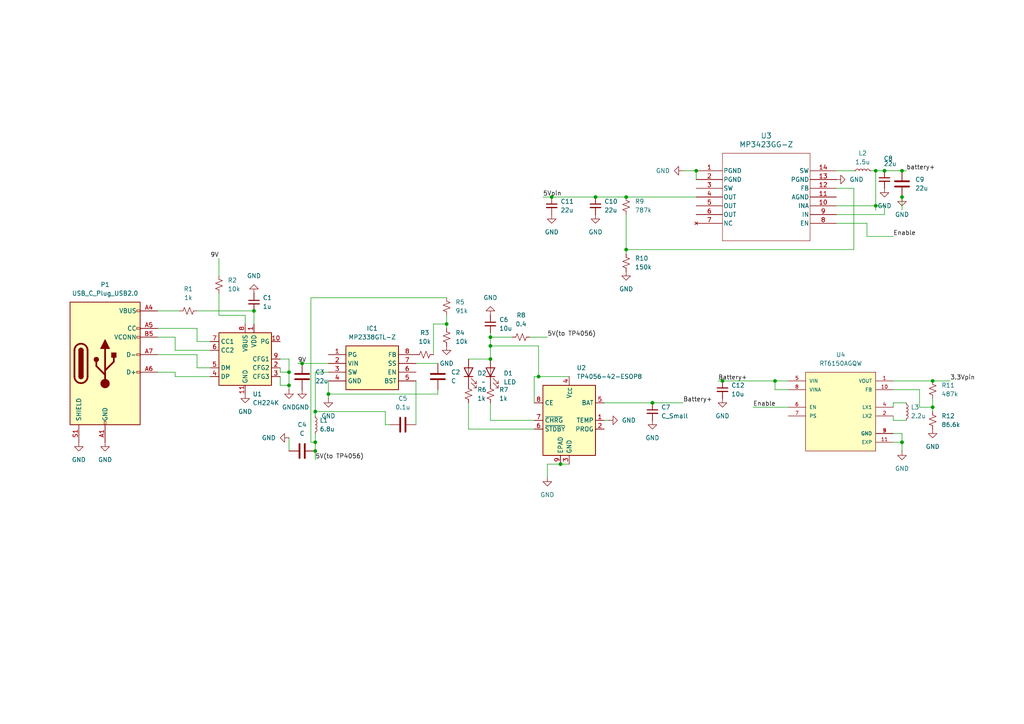
<source format=kicad_sch>
(kicad_sch (version 20250114) (generator "eeschema") (generator_version "9.0")
  (paper "A4")
  (lib_symbols
    (symbol "2025-03-23_12-19-32:MP3423GG-Z" (pin_names (offset 0.254))
      (property "Reference" "U" (at 20.32 10.16 0))
      (property "Value" "MP3423GG-Z" (at 20.32 7.62 0))
      (symbol "MP3423GG-Z_0_1"
        (polyline (pts (xy 7.62 5.08) (xy 7.62 -20.32)) (stroke (width 0.127)))
        (polyline (pts (xy 7.62 -20.32) (xy 33.02 -20.32)) (stroke (width 0.127)))
        (polyline (pts (xy 33.02 5.08) (xy 7.62 5.08)) (stroke (width 0.127)))
        (polyline (pts (xy 33.02 -20.32) (xy 33.02 5.08)) (stroke (width 0.127)))
        (pin power_in line (at 0 0 0) (length 7.62) (name "PGND") (number "1"))
        (pin power_in line (at 0 -2.54 0) (length 7.62) (name "PGND") (number "2"))
        (pin output line (at 0 -5.08 0) (length 7.62) (name "SW") (number "3"))
        (pin output line (at 0 -7.62 0) (length 7.62) (name "OUT") (number "4"))
        (pin output line (at 0 -10.16 0) (length 7.62) (name "OUT") (number "5"))
        (pin output line (at 0 -12.7 0) (length 7.62) (name "OUT") (number "6"))
        (pin no_connect line (at 0 -15.24 0) (length 7.62) (name "NC") (number "7"))
        (pin output line (at 40.64 0 180) (length 7.62) (name "SW") (number "14"))
        (pin power_in line (at 40.64 -2.54 180) (length 7.62) (name "PGND") (number "13"))
        (pin input line (at 40.64 -5.08 180) (length 7.62) (name "FB") (number "12"))
        (pin power_in line (at 40.64 -7.62 180) (length 7.62) (name "AGND") (number "11"))
        (pin power_in line (at 40.64 -10.16 180) (length 7.62) (name "INA") (number "10"))
        (pin power_in line (at 40.64 -12.7 180) (length 7.62) (name "IN") (number "9"))
        (pin input line (at 40.64 -15.24 180) (length 7.62) (name "EN") (number "8"))
      )
    )
    (symbol "Battery_Management:TP4056-42-ESOP8"
      (property "Reference" "U" (at -6.604 11.684 0))
      (property "Value" "TP4056-42-ESOP8" (at 10.16 11.684 0))
      (symbol "TP4056-42-ESOP8_1_0"
        (pin input line (at -10.16 5.08 0) (length 2.54) (name "CE") (number "8"))
        (pin open_collector line (at -10.16 0 0) (length 2.54) (name "~{CHRG}") (number "7"))
        (pin open_collector line (at -10.16 -2.54 0) (length 2.54) (name "~{STDBY}") (number "6"))
        (pin passive line (at -2.54 -12.7 90) (length 2.54) (name "EPAD") (number "9"))
        (pin power_in line (at 0 12.7 270) (length 2.54) (name "V_{CC}") (number "4"))
        (pin power_in line (at 0 -12.7 90) (length 2.54) (name "GND") (number "3"))
        (pin power_out line (at 10.16 5.08 180) (length 2.54) (name "BAT") (number "5"))
        (pin input line (at 10.16 0 180) (length 2.54) (name "TEMP") (number "1"))
        (pin passive line (at 10.16 -2.54 180) (length 2.54) (name "PROG") (number "2"))
      )
      (symbol "TP4056-42-ESOP8_1_1"
        (rectangle (start -7.62 10.16) (end 7.62 -10.16) (stroke (width 0.254)) (fill (type background)))
      )
    )
    (symbol "Connector:USB_C_Plug_USB2.0" (pin_names (offset 1.016))
      (property "Reference" "P" (at -10.16 19.05 0))
      (property "Value" "USB_C_Plug_USB2.0" (at 12.7 19.05 0))
      (symbol "USB_C_Plug_USB2.0_0_0"
        (rectangle (start -0.254 -17.78) (end 0.254 -16.764))
        (rectangle (start 10.16 15.494) (end 9.144 14.986))
        (rectangle (start 10.16 10.414) (end 9.144 9.906))
        (rectangle (start 10.16 7.874) (end 9.144 7.366))
        (rectangle (start 10.16 2.794) (end 9.144 2.286))
        (rectangle (start 10.16 -2.286) (end 9.144 -2.794))
      )
      (symbol "USB_C_Plug_USB2.0_0_1"
        (rectangle (start -10.16 17.78) (end 10.16 -17.78) (stroke (width 0.254)) (fill (type background)))
        (polyline (pts (xy -8.89 -3.81) (xy -8.89 3.81)) (stroke (width 0.508)))
        (rectangle (start -7.62 -3.81) (end -6.35 3.81) (stroke (width 0.254)) (fill (type outline)))
        (arc (start -7.62 3.81) (mid -6.985 4.4423) (end -6.35 3.81) (stroke (width 0.254)))
        (arc (start -7.62 3.81) (mid -6.985 4.4423) (end -6.35 3.81) (stroke (width 0.254)) (fill (type outline)))
        (arc (start -8.89 3.81) (mid -6.985 5.7067) (end -5.08 3.81) (stroke (width 0.508)))
        (arc (start -5.08 -3.81) (mid -6.985 -5.7067) (end -8.89 -3.81) (stroke (width 0.508)))
        (arc (start -6.35 -3.81) (mid -6.985 -4.4423) (end -7.62 -3.81) (stroke (width 0.254)))
        (arc (start -6.35 -3.81) (mid -6.985 -4.4423) (end -7.62 -3.81) (stroke (width 0.254)) (fill (type outline)))
        (polyline (pts (xy -5.08 3.81) (xy -5.08 -3.81)) (stroke (width 0.508)))
        (circle (center -2.54 1.143) (radius 0.635) (stroke (width 0.254)) (fill (type outline)))
        (polyline (pts (xy -1.27 4.318) (xy 0 6.858) (xy 1.27 4.318) (xy -1.27 4.318)) (stroke (width 0.254)) (fill (type outline)))
        (polyline (pts (xy 0 -2.032) (xy 2.54 0.508) (xy 2.54 1.778)) (stroke (width 0.508)))
        (polyline (pts (xy 0 -3.302) (xy -2.54 -0.762) (xy -2.54 0.508)) (stroke (width 0.508)))
        (polyline (pts (xy 0 -5.842) (xy 0 4.318)) (stroke (width 0.508)))
        (circle (center 0 -5.842) (radius 1.27) (fill (type outline)))
        (rectangle (start 1.905 1.778) (end 3.175 3.048) (stroke (width 0.254)) (fill (type outline)))
      )
      (symbol "USB_C_Plug_USB2.0_1_1"
        (pin passive line (at -7.62 -22.86 90) (length 5.08) (name "SHIELD") (number "S1"))
        (pin passive line (at 0 -22.86 90) (length 5.08) (name "GND") (number "A1"))
        (pin passive line (at 0 -22.86 90) (length 5.08) (hide yes) (name "GND") (number "A12"))
        (pin passive line (at 0 -22.86 90) (length 5.08) (hide yes) (name "GND") (number "B1"))
        (pin passive line (at 0 -22.86 90) (length 5.08) (hide yes) (name "GND") (number "B12"))
        (pin passive line (at 15.24 15.24 180) (length 5.08) (name "VBUS") (number "A4"))
        (pin passive line (at 15.24 15.24 180) (length 5.08) (hide yes) (name "VBUS") (number "A9"))
        (pin passive line (at 15.24 15.24 180) (length 5.08) (hide yes) (name "VBUS") (number "B4"))
        (pin passive line (at 15.24 15.24 180) (length 5.08) (hide yes) (name "VBUS") (number "B9"))
        (pin bidirectional line (at 15.24 10.16 180) (length 5.08) (name "CC") (number "A5"))
        (pin bidirectional line (at 15.24 7.62 180) (length 5.08) (name "VCONN") (number "B5"))
        (pin bidirectional line (at 15.24 2.54 180) (length 5.08) (name "D-") (number "A7"))
        (pin bidirectional line (at 15.24 -2.54 180) (length 5.08) (name "D+") (number "A6"))
      )
    )
    (symbol "Device:C" (pin_numbers (hide yes)) (pin_names (offset 0.254))
      (property "Reference" "C" (at 0.635 2.54 0))
      (property "Value" "C" (at 0.635 -2.54 0))
      (symbol "C_0_1"
        (polyline (pts (xy -2.032 0.762) (xy 2.032 0.762)) (stroke (width 0.508)))
        (polyline (pts (xy -2.032 -0.762) (xy 2.032 -0.762)) (stroke (width 0.508)))
      )
      (symbol "C_1_1"
        (pin passive line (at 0 3.81 270) (length 2.794) (name "~") (number "1"))
        (pin passive line (at 0 -3.81 90) (length 2.794) (name "~") (number "2"))
      )
    )
    (symbol "Device:C_Small" (pin_numbers (hide yes)) (pin_names (offset 0.254) (hide yes))
      (property "Reference" "C" (at 0.254 1.778 0))
      (property "Value" "C_Small" (at 0.254 -2.032 0))
      (symbol "C_Small_0_1"
        (polyline (pts (xy -1.524 0.508) (xy 1.524 0.508)) (stroke (width 0.3048)))
        (polyline (pts (xy -1.524 -0.508) (xy 1.524 -0.508)) (stroke (width 0.3302)))
      )
      (symbol "C_Small_1_1"
        (pin passive line (at 0 2.54 270) (length 2.032) (name "~") (number "1"))
        (pin passive line (at 0 -2.54 90) (length 2.032) (name "~") (number "2"))
      )
    )
    (symbol "Device:LED" (pin_numbers (hide yes)) (pin_names (offset 1.016) (hide yes))
      (property "Reference" "D" (at 0 2.54 0))
      (property "Value" "LED" (at 0 -2.54 0))
      (symbol "LED_0_1"
        (polyline (pts (xy -3.048 -0.762) (xy -4.572 -2.286) (xy -3.81 -2.286) (xy -4.572 -2.286) (xy -4.572 -1.524)))
        (polyline (pts (xy -1.778 -0.762) (xy -3.302 -2.286) (xy -2.54 -2.286) (xy -3.302 -2.286) (xy -3.302 -1.524)))
        (polyline (pts (xy -1.27 0) (xy 1.27 0)))
        (polyline (pts (xy -1.27 -1.27) (xy -1.27 1.27)) (stroke (width 0.254)))
        (polyline (pts (xy 1.27 -1.27) (xy 1.27 1.27) (xy -1.27 0) (xy 1.27 -1.27)) (stroke (width 0.254)))
      )
      (symbol "LED_1_1"
        (pin passive line (at -3.81 0 0) (length 2.54) (name "K") (number "1"))
        (pin passive line (at 3.81 0 180) (length 2.54) (name "A") (number "2"))
      )
    )
    (symbol "Device:L_Small" (pin_numbers (hide yes)) (pin_names (offset 0.254) (hide yes))
      (property "Reference" "L" (at 0.762 1.016 0))
      (property "Value" "L_Small" (at 0.762 -1.016 0))
      (symbol "L_Small_0_1"
        (arc (start 0 2.032) (mid 0.5058 1.524) (end 0 1.016))
        (arc (start 0 1.016) (mid 0.5058 0.508) (end 0 0))
        (arc (start 0 0) (mid 0.5058 -0.508) (end 0 -1.016))
        (arc (start 0 -1.016) (mid 0.5058 -1.524) (end 0 -2.032))
      )
      (symbol "L_Small_1_1"
        (pin passive line (at 0 2.54 270) (length 0.508) (name "~") (number "1"))
        (pin passive line (at 0 -2.54 90) (length 0.508) (name "~") (number "2"))
      )
    )
    (symbol "Device:R_Small_US" (pin_numbers (hide yes)) (pin_names (offset 0.254) (hide yes))
      (property "Reference" "R" (at 0.762 0.508 0))
      (property "Value" "R_Small_US" (at 0.762 -1.016 0))
      (symbol "R_Small_US_1_1"
        (polyline (pts (xy 0 1.524) (xy 1.016 1.143) (xy 0 0.762) (xy -1.016 0.381) (xy 0 0)))
        (polyline (pts (xy 0 0) (xy 1.016 -0.381) (xy 0 -0.762) (xy -1.016 -1.143) (xy 0 -1.524)))
        (pin passive line (at 0 2.54 270) (length 1.016) (name "~") (number "1"))
        (pin passive line (at 0 -2.54 90) (length 1.016) (name "~") (number "2"))
      )
    )
    (symbol "Interface_USB:CH224K"
      (property "Reference" "U" (at -7.874 -8.89 0))
      (property "Value" "CH224K" (at 3.048 -8.89 0))
      (symbol "CH224K_1_1"
        (rectangle (start -7.62 7.62) (end 7.62 -7.62) (stroke (width 0.254)) (fill (type background)))
        (pin bidirectional line (at -10.16 5.08 0) (length 2.54) (name "CC1") (number "7"))
        (pin bidirectional line (at -10.16 2.54 0) (length 2.54) (name "CC2") (number "6"))
        (pin bidirectional line (at -10.16 -2.54 0) (length 2.54) (name "DM") (number "5"))
        (pin bidirectional line (at -10.16 -5.08 0) (length 2.54) (name "DP") (number "4"))
        (pin passive line (at 0 10.16 270) (length 2.54) (name "VBUS") (number "8"))
        (pin power_in line (at 0 -10.16 90) (length 2.54) (name "GND") (number "11"))
        (pin power_in line (at 2.54 10.16 270) (length 2.54) (name "VDD") (number "1"))
        (pin open_collector line (at 10.16 5.08 180) (length 2.54) (name "PG") (number "10"))
        (pin passive line (at 10.16 0 180) (length 2.54) (name "CFG1") (number "9"))
        (pin passive line (at 10.16 -2.54 180) (length 2.54) (name "CFG2") (number "2"))
        (pin passive line (at 10.16 -5.08 180) (length 2.54) (name "CFG3") (number "3"))
      )
    )
    (symbol "MP2338GTL-Z:MP2338GTL-Z"
      (property "Reference" "IC" (at 21.59 7.62 0))
      (property "Value" "MP2338GTL-Z" (at 21.59 5.08 0))
      (symbol "MP2338GTL-Z_1_1"
        (rectangle (start 5.08 2.54) (end 20.32 -10.16) (stroke (width 0.254)) (fill (type background)))
        (pin passive line (at 0 0 0) (length 5.08) (name "PG") (number "1"))
        (pin passive line (at 0 -2.54 0) (length 5.08) (name "VIN") (number "2"))
        (pin passive line (at 0 -5.08 0) (length 5.08) (name "SW") (number "3"))
        (pin passive line (at 0 -7.62 0) (length 5.08) (name "GND") (number "4"))
        (pin passive line (at 25.4 0 180) (length 5.08) (name "FB") (number "8"))
        (pin passive line (at 25.4 -2.54 180) (length 5.08) (name "SS") (number "7"))
        (pin passive line (at 25.4 -5.08 180) (length 5.08) (name "EN") (number "6"))
        (pin passive line (at 25.4 -7.62 180) (length 5.08) (name "BST") (number "5"))
      )
    )
    (symbol "RT6150AGQW:RT6150AGQW" (pin_names (offset 1.016))
      (property "Reference" "U" (at -10.16 15.24 0))
      (property "Value" "RT6150AGQW" (at -10.16 -15.24 0))
      (symbol "RT6150AGQW_0_0"
        (rectangle (start -10.16 -10.16) (end 10.16 12.7) (stroke (width 0.1524)) (fill (type background)))
        (pin input line (at -15.24 10.16 0) (length 5.08) (name "VIN") (number "5"))
        (pin input line (at -15.24 7.62 0) (length 5.08) (name "VINA") (number "8"))
        (pin input line (at -15.24 2.54 0) (length 5.08) (name "EN") (number "6"))
        (pin input line (at -15.24 0 0) (length 5.08) (name "PS") (number "7"))
        (pin output line (at 15.24 10.16 180) (length 5.08) (name "VOUT") (number "1"))
        (pin input line (at 15.24 7.62 180) (length 5.08) (name "FB") (number "10"))
        (pin passive line (at 15.24 2.54 180) (length 5.08) (name "LX1") (number "4"))
        (pin passive line (at 15.24 0 180) (length 5.08) (name "LX2") (number "2"))
        (pin power_in line (at 15.24 -5.08 180) (length 5.08) (name "GND") (number "3"))
        (pin power_in line (at 15.24 -5.08 180) (length 5.08) (name "GND") (number "9"))
        (pin power_in line (at 15.24 -7.62 180) (length 5.08) (name "EXP") (number "11"))
      )
    )
    (symbol "power:GND" (power) (pin_numbers (hide yes)) (pin_names (offset 0) (hide yes))
      (property "Value" "GND" (at 0 -3.81 0))
      (symbol "GND_0_1"
        (polyline (pts (xy 0 0) (xy 0 -1.27) (xy 1.27 -1.27) (xy 0 -2.54) (xy -1.27 -1.27) (xy 0 -1.27)))
      )
      (symbol "GND_1_1"
        (pin power_in line (at 0 0 270) (length 0) (name "~") (number "1"))
      )
    )
  )
  (junction (at 95.25 114.3))
  (junction (at 91.44 130.81))
  (junction (at 261.62 49.53))
  (junction (at 142.24 104.14))
  (junction (at 209.55 110.49))
  (junction (at 91.44 119.38))
  (junction (at 91.44 128.27))
  (junction (at 83.82 107.95))
  (junction (at 261.62 57.15))
  (junction (at 160.02 57.15))
  (junction (at 87.63 105.41))
  (junction (at 73.66 90.17))
  (junction (at 261.62 128.27))
  (junction (at 270.51 118.11))
  (junction (at 129.54 93.98))
  (junction (at 254 49.53))
  (junction (at 181.61 72.39))
  (junction (at 254 59.69))
  (junction (at 156.21 109.22))
  (junction (at 172.72 57.15))
  (junction (at 162.56 134.62))
  (junction (at 142.24 97.79))
  (junction (at 142.24 100.33))
  (junction (at 256.54 49.53))
  (junction (at 189.23 116.84))
  (junction (at 270.51 110.49))
  (junction (at 201.93 49.53))
  (junction (at 181.61 57.15))
  (junction (at 83.82 111.76))
  (junction (at 224.79 110.49))
  (wire (pts (xy 142.24 100.33) (xy 142.24 104.14)))
  (wire (pts (xy 259.08 110.49) (xy 270.51 110.49)))
  (wire (pts (xy 81.28 104.14) (xy 83.82 104.14)))
  (wire (pts (xy 181.61 62.23) (xy 181.61 72.39)))
  (wire (pts (xy 50.8 109.22) (xy 50.8 107.95)))
  (wire (pts (xy 95.25 114.3) (xy 127 114.3)))
  (wire (pts (xy 247.65 54.61) (xy 247.65 72.39)))
  (wire (pts (xy 158.75 134.62) (xy 162.56 134.62)))
  (wire (pts (xy 91.44 107.95) (xy 91.44 119.38)))
  (wire (pts (xy 270.51 110.49) (xy 275.59 110.49)))
  (wire (pts (xy 175.26 116.84) (xy 189.23 116.84)))
  (wire (pts (xy 154.94 121.92) (xy 142.24 121.92)))
  (wire (pts (xy 259.08 125.73) (xy 261.62 125.73)))
  (wire (pts (xy 181.61 57.15) (xy 201.93 57.15)))
  (wire (pts (xy 71.12 93.98) (xy 71.12 91.44)))
  (wire (pts (xy 91.44 130.81) (xy 91.44 133.35)))
  (wire (pts (xy 165.1 109.22) (xy 156.21 109.22)))
  (wire (pts (xy 142.24 96.52) (xy 142.24 97.79)))
  (wire (pts (xy 90.17 86.36) (xy 90.17 128.27)))
  (wire (pts (xy 86.36 105.41) (xy 87.63 105.41)))
  (wire (pts (xy 45.72 95.25) (xy 57.15 95.25)))
  (wire (pts (xy 71.12 91.44) (xy 63.5 91.44)))
  (wire (pts (xy 256.54 49.53) (xy 261.62 49.53)))
  (wire (pts (xy 254 60.96) (xy 254 59.69)))
  (wire (pts (xy 91.44 128.27) (xy 91.44 130.81)))
  (wire (pts (xy 81.28 107.95) (xy 83.82 107.95)))
  (wire (pts (xy 57.15 106.68) (xy 60.96 106.68)))
  (wire (pts (xy 57.15 99.06) (xy 60.96 99.06)))
  (wire (pts (xy 63.5 91.44) (xy 63.5 85.09)))
  (wire (pts (xy 142.24 116.84) (xy 142.24 121.92)))
  (wire (pts (xy 242.57 62.23) (xy 256.54 62.23)))
  (wire (pts (xy 57.15 95.25) (xy 57.15 99.06)))
  (wire (pts (xy 135.89 104.14) (xy 142.24 104.14)))
  (wire (pts (xy 181.61 72.39) (xy 181.61 73.66)))
  (wire (pts (xy 87.63 105.41) (xy 95.25 105.41)))
  (wire (pts (xy 242.57 54.61) (xy 247.65 54.61)))
  (wire (pts (xy 160.02 57.15) (xy 172.72 57.15)))
  (wire (pts (xy 259.08 120.65) (xy 259.08 121.92)))
  (wire (pts (xy 201.93 49.53) (xy 201.93 52.07)))
  (wire (pts (xy 270.51 118.11) (xy 270.51 119.38)))
  (wire (pts (xy 256.54 59.69) (xy 256.54 62.23)))
  (wire (pts (xy 153.67 97.79) (xy 158.75 97.79)))
  (wire (pts (xy 254 49.53) (xy 254 59.69)))
  (wire (pts (xy 251.46 64.77) (xy 242.57 64.77)))
  (wire (pts (xy 261.62 57.15) (xy 261.62 60.96)))
  (wire (pts (xy 57.15 102.87) (xy 57.15 106.68)))
  (wire (pts (xy 148.59 97.79) (xy 142.24 97.79)))
  (wire (pts (xy 83.82 130.81) (xy 83.82 127)))
  (wire (pts (xy 158.75 138.43) (xy 158.75 134.62)))
  (wire (pts (xy 251.46 68.58) (xy 251.46 64.77)))
  (wire (pts (xy 73.66 93.98) (xy 73.66 90.17)))
  (wire (pts (xy 259.08 116.84) (xy 259.08 118.11)))
  (wire (pts (xy 252.73 49.53) (xy 254 49.53)))
  (wire (pts (xy 125.73 102.87) (xy 125.73 93.98)))
  (wire (pts (xy 95.25 107.95) (xy 91.44 107.95)))
  (wire (pts (xy 224.79 110.49) (xy 228.6 110.49)))
  (wire (pts (xy 81.28 106.68) (xy 81.28 107.95)))
  (wire (pts (xy 259.08 113.03) (xy 266.7 113.03)))
  (wire (pts (xy 270.51 115.57) (xy 270.51 118.11)))
  (wire (pts (xy 120.65 110.49) (xy 120.65 123.19)))
  (wire (pts (xy 266.7 113.03) (xy 266.7 118.11)))
  (wire (pts (xy 156.21 109.22) (xy 156.21 100.33)))
  (wire (pts (xy 154.94 116.84) (xy 154.94 109.22)))
  (wire (pts (xy 198.12 49.53) (xy 201.93 49.53)))
  (wire (pts (xy 95.25 110.49) (xy 95.25 114.3)))
  (wire (pts (xy 111.76 119.38) (xy 91.44 119.38)))
  (wire (pts (xy 113.03 123.19) (xy 111.76 123.19)))
  (wire (pts (xy 91.44 119.38) (xy 91.44 120.65)))
  (wire (pts (xy 242.57 59.69) (xy 254 59.69)))
  (wire (pts (xy 129.54 91.44) (xy 129.54 93.98)))
  (wire (pts (xy 189.23 116.84) (xy 198.12 116.84)))
  (wire (pts (xy 259.08 68.58) (xy 251.46 68.58)))
  (wire (pts (xy 45.72 90.17) (xy 52.07 90.17)))
  (wire (pts (xy 154.94 124.46) (xy 135.89 124.46)))
  (wire (pts (xy 45.72 102.87) (xy 57.15 102.87)))
  (wire (pts (xy 254 59.69) (xy 256.54 59.69)))
  (wire (pts (xy 50.8 101.6) (xy 50.8 97.79)))
  (wire (pts (xy 261.62 130.81) (xy 261.62 128.27)))
  (wire (pts (xy 95.25 114.3) (xy 95.25 115.57)))
  (wire (pts (xy 262.89 116.84) (xy 259.08 116.84)))
  (wire (pts (xy 266.7 118.11) (xy 270.51 118.11)))
  (wire (pts (xy 60.96 101.6) (xy 50.8 101.6)))
  (wire (pts (xy 254 49.53) (xy 256.54 49.53)))
  (wire (pts (xy 172.72 57.15) (xy 181.61 57.15)))
  (wire (pts (xy 111.76 123.19) (xy 111.76 119.38)))
  (wire (pts (xy 262.89 121.92) (xy 259.08 121.92)))
  (wire (pts (xy 156.21 100.33) (xy 142.24 100.33)))
  (wire (pts (xy 228.6 113.03) (xy 224.79 113.03)))
  (wire (pts (xy 83.82 104.14) (xy 83.82 107.95)))
  (wire (pts (xy 259.08 128.27) (xy 261.62 128.27)))
  (wire (pts (xy 120.65 105.41) (xy 127 105.41)))
  (wire (pts (xy 81.28 109.22) (xy 81.28 111.76)))
  (wire (pts (xy 81.28 111.76) (xy 83.82 111.76)))
  (wire (pts (xy 154.94 109.22) (xy 156.21 109.22)))
  (wire (pts (xy 63.5 74.93) (xy 63.5 80.01)))
  (wire (pts (xy 127 113.03) (xy 127 114.3)))
  (wire (pts (xy 60.96 109.22) (xy 50.8 109.22)))
  (wire (pts (xy 83.82 113.03) (xy 83.82 111.76)))
  (wire (pts (xy 83.82 107.95) (xy 83.82 111.76)))
  (wire (pts (xy 157.48 57.15) (xy 160.02 57.15)))
  (wire (pts (xy 224.79 110.49) (xy 224.79 113.03)))
  (wire (pts (xy 261.62 128.27) (xy 261.62 125.73)))
  (wire (pts (xy 261.62 49.53) (xy 262.89 49.53)))
  (wire (pts (xy 247.65 72.39) (xy 181.61 72.39)))
  (wire (pts (xy 57.15 90.17) (xy 73.66 90.17)))
  (wire (pts (xy 129.54 93.98) (xy 129.54 95.25)))
  (wire (pts (xy 209.55 110.49) (xy 224.79 110.49)))
  (wire (pts (xy 165.1 134.62) (xy 162.56 134.62)))
  (wire (pts (xy 242.57 49.53) (xy 247.65 49.53)))
  (wire (pts (xy 90.17 128.27) (xy 91.44 128.27)))
  (wire (pts (xy 45.72 107.95) (xy 50.8 107.95)))
  (wire (pts (xy 91.44 125.73) (xy 91.44 128.27)))
  (wire (pts (xy 125.73 93.98) (xy 129.54 93.98)))
  (wire (pts (xy 90.17 86.36) (xy 129.54 86.36)))
  (wire (pts (xy 45.72 97.79) (xy 50.8 97.79)))
  (wire (pts (xy 218.44 118.11) (xy 228.6 118.11)))
  (wire (pts (xy 142.24 97.79) (xy 142.24 100.33)))
  (wire (pts (xy 135.89 116.84) (xy 135.89 124.46)))
  (wire (pts (xy 176.53 121.92) (xy 175.26 121.92)))
  (wire (pts (xy 208.28 110.49) (xy 209.55 110.49)))
  (label "Enable" (at 259.08 68.58 0))
  (label "Battery+" (at 198.12 116.84 0))
  (label "5V(to TP4056)" (at 158.75 97.79 0))
  (label "Enable" (at 218.44 118.11 0))
  (label "5Vpin" (at 157.48 57.15 0))
  (label "9V" (at 86.36 105.41 0))
  (label "Battery+" (at 208.28 110.49 0))
  (label "3.3Vpin" (at 275.59 110.49 0))
  (label "5V(to TP4056)" (at 91.44 133.35 0))
  (label "9V" (at 63.5 74.93 180))
  (label "battery+" (at 262.89 49.53 0))
  (symbol (lib_id "Device:C_Small") (at 73.66 87.63 0) (unit 1)
    (property "Reference" "C1" (at 76.2 86.3662 0) (effects (justify left)))
    (property "Value" "1u" (at 76.2 88.9062 0) (effects (justify left)))
    (property "Description" "Unpolarized capacitor, small symbol" (effects (hide yes)))
  )
  (symbol (lib_id "Battery_Management:TP4056-42-ESOP8") (at 165.1 121.92 0) (unit 1)
    (property "Reference" "U2" (at 167.2433 106.68 0) (effects (justify left)))
    (property "Value" "TP4056-42-ESOP8" (at 167.2433 109.22 0) (effects (justify left)))
    (property "Footprint" "Package_SO:SOIC-8-1EP_3.9x4.9mm_P1.27mm_EP2.41x3.3mm_ThermalVias" (effects (hide yes)))
    (property "Datasheet" "https://www.lcsc.com/datasheet/lcsc_datasheet_2410121619_TOPPOWER-Nanjing-Extension-Microelectronics-TP4056-42-ESOP8_C16581.pdf" (effects (hide yes)))
    (property "Description" "1A Standalone Linear Li-ion/LiPo single-cell battery charger, 4.2V ±1% charge voltage, VCC = 4.0..8.0V, SOIC-8 (SOP-8)" (effects (hide yes)))
  )
  (symbol (lib_id "Device:C") (at 127 109.22 0) (unit 1)
    (property "Reference" "C2" (at 130.81 107.9499 0) (effects (justify left)))
    (property "Value" "C" (at 130.81 110.4899 0) (effects (justify left)))
    (property "Description" "Unpolarized capacitor" (effects (hide yes)))
  )
  (symbol (lib_id "Device:C_Small") (at 209.55 113.03 0) (unit 1)
    (property "Reference" "C12" (at 212.09 111.7662 0) (effects (justify left)))
    (property "Value" "10u" (at 212.09 114.3062 0) (effects (justify left)))
    (property "Description" "Unpolarized capacitor, small symbol" (effects (hide yes)))
  )
  (symbol (lib_id "Interface_USB:CH224K") (at 71.12 104.14 0) (unit 1)
    (property "Reference" "U1" (at 73.2633 114.3 0) (effects (justify left)))
    (property "Value" "CH224K" (at 73.2633 116.84 0) (effects (justify left)))
    (property "Footprint" "Package_SO:SSOP-10-1EP_3.9x4.9mm_P1mm_EP2.1x3.3mm" (effects (hide yes)))
    (property "Datasheet" "https://www.wch.cn/downloads/file/301.html" (effects (hide yes)))
    (property "Description" "100W USB Type-C PD3.0/2.0, BC1.2 Sink Controller, SSOP-10" (effects (hide yes)))
  )
  (symbol (lib_id "power:GND") (at 158.75 138.43 0) (unit 1)
    (property "Reference" "#PWR011" (effects (hide yes)))
    (property "Value" "GND" (at 158.75 143.51 0))
    (property "Description" "Power symbol creates a global label with name \"GND\" , ground" (effects (hide yes)))
  )
  (symbol (lib_id "Device:R_Small_US") (at 135.89 114.3 0) (unit 1)
    (property "Reference" "R6" (at 138.43 113.0299 0) (effects (justify left)))
    (property "Value" "1k" (at 138.43 115.5699 0) (effects (justify left)))
    (property "Description" "Resistor, small US symbol" (effects (hide yes)))
  )
  (symbol (lib_id "power:GND") (at 181.61 78.74 0) (unit 1)
    (property "Reference" "#PWR018" (effects (hide yes)))
    (property "Value" "GND" (at 181.61 83.82 0))
    (property "Description" "Power symbol creates a global label with name \"GND\" , ground" (effects (hide yes)))
  )
  (symbol (lib_id "power:GND") (at 73.66 85.09 180) (unit 1)
    (property "Reference" "#PWR02" (effects (hide yes)))
    (property "Value" "GND" (at 73.66 80.01 0))
    (property "Description" "Power symbol creates a global label with name \"GND\" , ground" (effects (hide yes)))
  )
  (symbol (lib_id "power:GND") (at 261.62 57.15 0) (unit 1)
    (property "Reference" "#PWR015" (effects (hide yes)))
    (property "Value" "GND" (at 261.62 62.23 0))
    (property "Description" "Power symbol creates a global label with name \"GND\" , ground" (effects (hide yes)))
  )
  (symbol (lib_id "Device:C") (at 87.63 109.22 0) (unit 1)
    (property "Reference" "C3" (at 91.44 107.9499 0) (effects (justify left)))
    (property "Value" "22u" (at 91.44 110.4899 0) (effects (justify left)))
    (property "Description" "Unpolarized capacitor" (effects (hide yes)))
  )
  (symbol (lib_id "Device:R_Small_US") (at 181.61 76.2 0) (unit 1)
    (property "Reference" "R10" (at 184.15 74.9299 0) (effects (justify left)))
    (property "Value" "150k" (at 184.15 77.4699 0) (effects (justify left)))
    (property "Description" "Resistor, small US symbol" (effects (hide yes)))
  )
  (symbol (lib_id "power:GND") (at 142.24 91.44 180) (unit 1)
    (property "Reference" "#PWR012" (effects (hide yes)))
    (property "Value" "GND" (at 142.24 86.36 0))
    (property "Description" "Power symbol creates a global label with name \"GND\" , ground" (effects (hide yes)))
  )
  (symbol (lib_id "power:GND") (at 242.57 52.07 90) (unit 1)
    (property "Reference" "#PWR017" (effects (hide yes)))
    (property "Value" "GND" (at 246.38 52.0699 90) (effects (justify right)))
    (property "Description" "Power symbol creates a global label with name \"GND\" , ground" (effects (hide yes)))
  )
  (symbol (lib_id "power:GND") (at 22.86 128.27 0) (unit 1)
    (property "Reference" "#PWR04" (effects (hide yes)))
    (property "Value" "GND" (at 22.86 133.35 0))
    (property "Description" "Power symbol creates a global label with name \"GND\" , ground" (effects (hide yes)))
  )
  (symbol (lib_id "power:GND") (at 30.48 128.27 0) (unit 1)
    (property "Reference" "#PWR03" (effects (hide yes)))
    (property "Value" "GND" (at 30.48 133.35 0))
    (property "Description" "Power symbol creates a global label with name \"GND\" , ground" (effects (hide yes)))
  )
  (symbol (lib_id "power:GND") (at 198.12 49.53 270) (unit 1)
    (property "Reference" "#PWR016" (effects (hide yes)))
    (property "Value" "GND" (at 194.31 49.5299 90) (effects (justify right)))
    (property "Description" "Power symbol creates a global label with name \"GND\" , ground" (effects (hide yes)))
  )
  (symbol (lib_id "Device:C_Small") (at 172.72 59.69 0) (unit 1)
    (property "Reference" "C10" (at 175.26 58.4262 0) (effects (justify left)))
    (property "Value" "22u" (at 175.26 60.9662 0) (effects (justify left)))
    (property "Description" "Unpolarized capacitor, small symbol" (effects (hide yes)))
  )
  (symbol (lib_id "power:GND") (at 87.63 113.03 0) (unit 1)
    (property "Reference" "#PWR07" (effects (hide yes)))
    (property "Value" "GND" (at 87.63 118.11 0))
    (property "Description" "Power symbol creates a global label with name \"GND\" , ground" (effects (hide yes)))
  )
  (symbol (lib_id "Device:L_Small") (at 91.44 123.19 0) (unit 1)
    (property "Reference" "L1" (at 92.71 121.9199 0) (effects (justify left)))
    (property "Value" "6.8u" (at 92.71 124.4599 0) (effects (justify left)))
    (property "Description" "Inductor, small symbol" (effects (hide yes)))
  )
  (symbol (lib_id "power:GND") (at 209.55 115.57 0) (unit 1)
    (property "Reference" "#PWR022" (effects (hide yes)))
    (property "Value" "GND" (at 209.55 120.65 0))
    (property "Description" "Power symbol creates a global label with name \"GND\" , ground" (effects (hide yes)))
  )
  (symbol (lib_id "power:GND") (at 83.82 113.03 0) (unit 1)
    (property "Reference" "#PWR01" (effects (hide yes)))
    (property "Value" "GND" (at 83.82 118.11 0))
    (property "Description" "Power symbol creates a global label with name \"GND\" , ground" (effects (hide yes)))
  )
  (symbol (lib_id "power:GND") (at 71.12 114.3 0) (unit 1)
    (property "Reference" "#PWR05" (effects (hide yes)))
    (property "Value" "GND" (at 71.12 119.38 0))
    (property "Description" "Power symbol creates a global label with name \"GND\" , ground" (effects (hide yes)))
  )
  (symbol (lib_id "Device:C_Small") (at 256.54 52.07 0) (unit 1)
    (property "Reference" "C8" (at 256.286 45.974 0) (effects (justify left)))
    (property "Value" "22u" (at 256.286 47.498 0) (effects (justify left)))
    (property "Description" "Unpolarized capacitor, small symbol" (effects (hide yes)))
  )
  (symbol (lib_id "power:GND") (at 256.54 54.61 0) (unit 1)
    (property "Reference" "#PWR014" (effects (hide yes)))
    (property "Value" "GND" (at 256.54 59.69 0))
    (property "Description" "Power symbol creates a global label with name \"GND\" , ground" (effects (hide yes)))
  )
  (symbol (lib_id "Connector:USB_C_Plug_USB2.0") (at 30.48 105.41 0) (unit 1)
    (property "Reference" "P1" (at 30.48 82.55 0))
    (property "Value" "USB_C_Plug_USB2.0" (at 30.48 85.09 0))
    (property "Datasheet" "https://www.usb.org/sites/default/files/documents/usb_type-c.zip" (effects (hide yes)))
    (property "Description" "USB 2.0-only Type-C Plug connector" (effects (hide yes)))
  )
  (symbol (lib_id "RT6150AGQW:RT6150AGQW") (at 243.84 120.65 0) (unit 1)
    (property "Reference" "U4" (at 243.84 102.87 0))
    (property "Value" "RT6150AGQW" (at 243.84 105.41 0))
    (property "Footprint" "RT6150AGQW:SON50P300X300X80-11N" (effects (hide yes)))
    (property "B_NOM" "0.24" (effects (hide yes)))
    (property "Check_prices" "https://www.snapeda.com/parts/RT6150AGQW/Richtek/view-part/?ref=eda" (effects (hide yes)))
    (property "B_MAX" "0.3" (effects (hide yes)))
    (property "Description_1" "Buck-Boost Switching Regulator IC Positive Adjustable 1.8V 1 Output 800mA 10-WFDFN Exposed Pad" (effects (hide yes)))
    (property "Price" "None" (effects (hide yes)))
    (property "ENOM" "0.5" (effects (hide yes)))
    (property "D_NOM" "3.0" (effects (hide yes)))
    (property "D_MAX" "3.05" (effects (hide yes)))
    (property "L_MAX" "0.45" (effects (hide yes)))
    (property "A_MAX" "0.8" (effects (hide yes)))
    (property "Package" "WFDFN-10 Richtek" (effects (hide yes)))
    (property "E2_NOM" "1.625" (effects (hide yes)))
    (property "D2_NOM" "2.475" (effects (hide yes)))
    (property "SnapEDA_Link" "https://www.snapeda.com/parts/RT6150AGQW/Richtek/view-part/?ref=snap" (effects (hide yes)))
    (property "E_NOM" "3.0" (effects (hide yes)))
    (property "B_MIN" "0.18" (effects (hide yes)))
    (property "STANDARD" "IPC 7351B" (effects (hide yes)))
    (property "PIN_COUNT" "10.0" (effects (hide yes)))
    (property "L_NOM" "0.4" (effects (hide yes)))
    (property "MANUFACTURER" "Richtek" (effects (hide yes)))
    (property "MF" "Richtek USA" (effects (hide yes)))
    (property "MAXIMUM_PACKAGE_HEIGHT" "0.8mm" (effects (hide yes)))
    (property "E_MIN" "2.95" (effects (hide yes)))
    (property "D_MIN" "2.95" (effects (hide yes)))
    (property "MP" "RT6150AGQW" (effects (hide yes)))
    (property "L_MIN" "0.35" (effects (hide yes)))
    (property "Availability" "In Stock" (effects (hide yes)))
    (property "E_MAX" "3.05" (effects (hide yes)))
  )
  (symbol (lib_id "Device:LED") (at 142.24 107.95 90) (unit 1)
    (property "Reference" "D1" (at 146.05 108.2674 90) (effects (justify right)))
    (property "Value" "LED" (at 146.05 110.8074 90) (effects (justify right)))
    (property "Description" "Light emitting diode" (effects (hide yes)))
    (property "Sim.Pins" "1=K 2=A" (effects (hide yes)))
  )
  (symbol (lib_id "power:GND") (at 270.51 124.46 0) (unit 1)
    (property "Reference" "#PWR021" (effects (hide yes)))
    (property "Value" "GND" (at 270.51 129.54 0))
    (property "Description" "Power symbol creates a global label with name \"GND\" , ground" (effects (hide yes)))
  )
  (symbol (lib_id "Device:R_Small_US") (at 142.24 114.3 0) (unit 1)
    (property "Reference" "R7" (at 144.78 113.0299 0) (effects (justify left)))
    (property "Value" "1k" (at 144.78 115.5699 0) (effects (justify left)))
    (property "Description" "Resistor, small US symbol" (effects (hide yes)))
  )
  (symbol (lib_id "Device:R_Small_US") (at 129.54 88.9 0) (unit 1)
    (property "Reference" "R5" (at 132.08 87.6299 0) (effects (justify left)))
    (property "Value" "91k" (at 132.08 90.1699 0) (effects (justify left)))
    (property "Description" "Resistor, small US symbol" (effects (hide yes)))
  )
  (symbol (lib_id "Device:R_Small_US") (at 270.51 121.92 0) (unit 1)
    (property "Reference" "R12" (at 273.05 120.6499 0) (effects (justify left)))
    (property "Value" "86.6k" (at 273.05 123.1899 0) (effects (justify left)))
    (property "Description" "Resistor, small US symbol" (effects (hide yes)))
  )
  (symbol (lib_id "Device:R_Small_US") (at 270.51 113.03 0) (unit 1)
    (property "Reference" "R11" (at 273.05 111.7599 0) (effects (justify left)))
    (property "Value" "487k" (at 273.05 114.2999 0) (effects (justify left)))
    (property "Description" "Resistor, small US symbol" (effects (hide yes)))
  )
  (symbol (lib_id "Device:R_Small_US") (at 181.61 59.69 180) (unit 1)
    (property "Reference" "R9" (at 184.15 58.4199 0) (effects (justify right)))
    (property "Value" "787k" (at 184.15 60.9599 0) (effects (justify right)))
    (property "Description" "Resistor, small US symbol" (effects (hide yes)))
  )
  (symbol (lib_id "power:GND") (at 95.25 115.57 0) (unit 1)
    (property "Reference" "#PWR06" (effects (hide yes)))
    (property "Value" "GND" (at 95.25 120.65 0))
    (property "Description" "Power symbol creates a global label with name \"GND\" , ground" (effects (hide yes)))
  )
  (symbol (lib_id "power:GND") (at 160.02 62.23 0) (unit 1)
    (property "Reference" "#PWR019" (effects (hide yes)))
    (property "Value" "GND" (at 160.02 67.31 0))
    (property "Description" "Power symbol creates a global label with name \"GND\" , ground" (effects (hide yes)))
  )
  (symbol (lib_id "Device:R_Small_US") (at 54.61 90.17 90) (unit 1)
    (property "Reference" "R1" (at 54.61 83.82 90))
    (property "Value" "1k" (at 54.61 86.36 90))
    (property "Description" "Resistor, small US symbol" (effects (hide yes)))
  )
  (symbol (lib_id "Device:C_Small") (at 142.24 93.98 0) (unit 1)
    (property "Reference" "C6" (at 144.78 92.7162 0) (effects (justify left)))
    (property "Value" "10u" (at 144.78 95.2562 0) (effects (justify left)))
    (property "Description" "Unpolarized capacitor, small symbol" (effects (hide yes)))
  )
  (symbol (lib_id "2025-03-23_12-19-32:MP3423GG-Z") (at 201.93 49.53 0) (unit 1)
    (property "Reference" "U3" (at 222.25 39.37 0) (effects (font (size 1.524 1.524))))
    (property "Value" "MP3423GG-Z" (at 222.25 41.91 0) (effects (font (size 1.524 1.524))))
    (property "Footprint" "QFN14_MP3423_MNP" (effects (hide yes)))
    (property "Datasheet" "MP3423GG-Z" (effects (hide yes)))
  )
  (symbol (lib_id "Device:R_Small_US") (at 63.5 82.55 0) (unit 1)
    (property "Reference" "R2" (at 66.04 81.2799 0) (effects (justify left)))
    (property "Value" "10k" (at 66.04 83.8199 0) (effects (justify left)))
    (property "Description" "Resistor, small US symbol" (effects (hide yes)))
  )
  (symbol (lib_id "Device:R_Small_US") (at 123.19 102.87 90) (unit 1)
    (property "Reference" "R3" (at 123.19 96.52 90))
    (property "Value" "10k" (at 123.19 99.06 90))
    (property "Description" "Resistor, small US symbol" (effects (hide yes)))
  )
  (symbol (lib_id "power:GND") (at 129.54 100.33 0) (unit 1)
    (property "Reference" "#PWR08" (effects (hide yes)))
    (property "Value" "GND" (at 129.54 105.41 0))
    (property "Description" "Power symbol creates a global label with name \"GND\" , ground" (effects (hide yes)))
  )
  (symbol (lib_id "power:GND") (at 189.23 121.92 0) (unit 1)
    (property "Reference" "#PWR013" (effects (hide yes)))
    (property "Value" "GND" (at 189.23 127 0))
    (property "Description" "Power symbol creates a global label with name \"GND\" , ground" (effects (hide yes)))
  )
  (symbol (lib_id "Device:C") (at 87.63 130.81 90) (unit 1)
    (property "Reference" "C4" (at 87.63 123.19 90))
    (property "Value" "C" (at 87.63 125.73 90))
    (property "Description" "Unpolarized capacitor" (effects (hide yes)))
  )
  (symbol (lib_id "Device:C_Small") (at 189.23 119.38 0) (unit 1)
    (property "Reference" "C7" (at 191.77 118.1162 0) (effects (justify left)))
    (property "Value" "C_Small" (at 191.77 120.6562 0) (effects (justify left)))
    (property "Description" "Unpolarized capacitor, small symbol" (effects (hide yes)))
  )
  (symbol (lib_id "MP2338GTL-Z:MP2338GTL-Z") (at 95.25 102.87 0) (unit 1)
    (property "Reference" "IC1" (at 107.95 95.25 0))
    (property "Value" "MP2338GTL-Z" (at 107.95 97.79 0))
    (property "Footprint" "MP2338GTLZ" (effects (hide yes)))
    (property "Datasheet" "https://www.monolithicpower.com/en/documentview/productdocument/index/version/2/document_type/Datasheet/lang/en/sku/MP2338GTL/document_id/9461/" (effects (hide yes)))
    (property "Description" "Switching Voltage Regulators High-Efficiency,28V,3A,430kHz Synchronous Buck with PG and ext.SS In SOT583 Package" (effects (hide yes)))
    (property "Height" "0.6" (effects (hide yes)))
    (property "Mouser Part Number" "946-MP2338GTL-Z" (effects (hide yes)))
    (property "Mouser Price/Stock" "https://www.mouser.co.uk/ProductDetail/Monolithic-Power-Systems-MPS/MP2338GTL-Z?qs=Li%252BoUPsLEnuizxbD7Jo%252B7w%3D%3D" (effects (hide yes)))
    (property "Manufacturer_Name" "Monolithic Power Systems (MPS)" (effects (hide yes)))
    (property "Manufacturer_Part_Number" "MP2338GTL-Z" (effects (hide yes)))
  )
  (symbol (lib_id "power:GND") (at 261.62 130.81 0) (unit 1)
    (property "Reference" "#PWR023" (effects (hide yes)))
    (property "Value" "GND" (at 261.62 135.89 0))
    (property "Description" "Power symbol creates a global label with name \"GND\" , ground" (effects (hide yes)))
  )
  (symbol (lib_id "Device:C") (at 116.84 123.19 90) (unit 1)
    (property "Reference" "C5" (at 116.84 115.57 90))
    (property "Value" "0.1u" (at 116.84 118.11 90))
    (property "Description" "Unpolarized capacitor" (effects (hide yes)))
  )
  (symbol (lib_id "Device:C") (at 261.62 53.34 0) (unit 1)
    (property "Reference" "C9" (at 265.43 52.0699 0) (effects (justify left)))
    (property "Value" "22u" (at 265.43 54.6099 0) (effects (justify left)))
    (property "Description" "Unpolarized capacitor" (effects (hide yes)))
  )
  (symbol (lib_id "Device:L_Small") (at 250.19 49.53 90) (unit 1)
    (property "Reference" "L2" (at 250.19 44.45 90))
    (property "Value" "1.5u" (at 250.19 46.99 90))
    (property "Description" "Inductor, small symbol" (effects (hide yes)))
  )
  (symbol (lib_id "power:GND") (at 83.82 127 270) (unit 1)
    (property "Reference" "#PWR09" (effects (hide yes)))
    (property "Value" "GND" (at 80.01 126.9999 90) (effects (justify right)))
    (property "Description" "Power symbol creates a global label with name \"GND\" , ground" (effects (hide yes)))
  )
  (symbol (lib_id "Device:L_Small") (at 262.89 119.38 0) (unit 1)
    (property "Reference" "L3" (at 264.16 118.1099 0) (effects (justify left)))
    (property "Value" "2.2u" (at 264.16 120.6499 0) (effects (justify left)))
    (property "Description" "Inductor, small symbol" (effects (hide yes)))
  )
  (symbol (lib_id "power:GND") (at 176.53 121.92 90) (unit 1)
    (property "Reference" "#PWR010" (effects (hide yes)))
    (property "Value" "GND" (at 180.34 121.9199 90) (effects (justify right)))
    (property "Description" "Power symbol creates a global label with name \"GND\" , ground" (effects (hide yes)))
  )
  (symbol (lib_id "Device:R_Small_US") (at 151.13 97.79 270) (unit 1)
    (property "Reference" "R8" (at 151.13 91.44 90))
    (property "Value" "0.4" (at 151.13 93.98 90))
    (property "Description" "Resistor, small US symbol" (effects (hide yes)))
  )
  (symbol (lib_id "power:GND") (at 172.72 62.23 0) (unit 1)
    (property "Reference" "#PWR020" (effects (hide yes)))
    (property "Value" "GND" (at 172.72 67.31 0))
    (property "Description" "Power symbol creates a global label with name \"GND\" , ground" (effects (hide yes)))
  )
  (symbol (lib_id "Device:LED") (at 135.89 107.95 90) (unit 1)
    (property "Reference" "D2" (at 138.43 108.2674 90) (effects (justify right)))
    (property "Value" "~" (at 139.7 110.8074 90) (effects (justify right)))
    (property "Description" "Light emitting diode" (effects (hide yes)))
    (property "Sim.Pins" "1=K 2=A" (effects (hide yes)))
  )
  (symbol (lib_id "Device:C_Small") (at 160.02 59.69 0) (unit 1)
    (property "Reference" "C11" (at 162.56 58.4262 0) (effects (justify left)))
    (property "Value" "22u" (at 162.56 60.9662 0) (effects (justify left)))
    (property "Description" "Unpolarized capacitor, small symbol" (effects (hide yes)))
  )
  (symbol (lib_id "Device:R_Small_US") (at 129.54 97.79 0) (unit 1)
    (property "Reference" "R4" (at 132.08 96.5199 0) (effects (justify left)))
    (property "Value" "10k" (at 132.08 99.0599 0) (effects (justify left)))
    (property "Description" "Resistor, small US symbol" (effects (hide yes)))
  )
)
</source>
